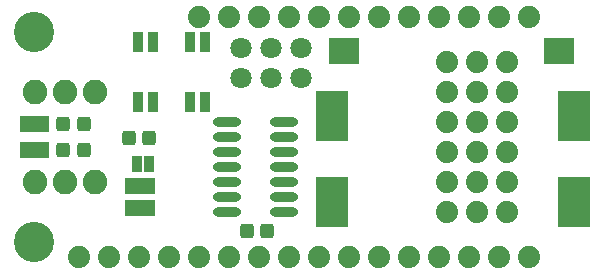
<source format=gts>
G04 Layer_Color=8388736*
%FSLAX44Y44*%
%MOMM*%
G71*
G01*
G75*
%ADD22C,1.8796*%
%ADD33R,2.7032X4.2032*%
%ADD34R,2.5432X2.2032*%
%ADD35R,0.9652X1.8034*%
G04:AMPARAMS|DCode=36|XSize=1.2032mm|YSize=1.1032mm|CornerRadius=0.2141mm|HoleSize=0mm|Usage=FLASHONLY|Rotation=270.000|XOffset=0mm|YOffset=0mm|HoleType=Round|Shape=RoundedRectangle|*
%AMROUNDEDRECTD36*
21,1,1.2032,0.6750,0,0,270.0*
21,1,0.7750,1.1032,0,0,270.0*
1,1,0.4282,-0.3375,-0.3875*
1,1,0.4282,-0.3375,0.3875*
1,1,0.4282,0.3375,0.3875*
1,1,0.4282,0.3375,-0.3875*
%
%ADD36ROUNDEDRECTD36*%
%ADD37R,0.8382X1.4732*%
%ADD38O,2.4032X0.8032*%
%ADD39C,1.8792*%
%ADD40C,3.4036*%
%ADD41C,2.0828*%
%ADD42C,1.8032*%
D22*
X38100Y-101600D02*
D03*
X63500D02*
D03*
X88900D02*
D03*
X114300D02*
D03*
X139700D02*
D03*
X165100D02*
D03*
X190500D02*
D03*
X215900D02*
D03*
X241300D02*
D03*
X266700D02*
D03*
X292100D02*
D03*
X317500D02*
D03*
X342900D02*
D03*
X368300D02*
D03*
X393700D02*
D03*
X419100D02*
D03*
Y101600D02*
D03*
X393700D02*
D03*
X368300D02*
D03*
X342900D02*
D03*
X317500D02*
D03*
X292100D02*
D03*
X266700D02*
D03*
X241300D02*
D03*
X215900D02*
D03*
X190500D02*
D03*
X165100D02*
D03*
X139700D02*
D03*
D33*
X456720Y-54370D02*
D03*
X251720D02*
D03*
Y18370D02*
D03*
X456720D02*
D03*
D34*
X262000Y73100D02*
D03*
X444500D02*
D03*
D35*
X100000Y80400D02*
D03*
X87300D02*
D03*
Y29600D02*
D03*
X100000D02*
D03*
X144750Y80400D02*
D03*
X132051D02*
D03*
Y29600D02*
D03*
X144750D02*
D03*
D36*
X179500Y-79000D02*
D03*
X196500D02*
D03*
X24500Y-11000D02*
D03*
X41500D02*
D03*
Y11000D02*
D03*
X24500D02*
D03*
X80250Y-750D02*
D03*
X97250D02*
D03*
D37*
X8128Y-11000D02*
D03*
X0D02*
D03*
X-8128D02*
D03*
Y11000D02*
D03*
X0D02*
D03*
X8128D02*
D03*
X97378Y-60000D02*
D03*
X89250D02*
D03*
X81122D02*
D03*
Y-41000D02*
D03*
X89250D02*
D03*
X97378D02*
D03*
X97330Y-22250D02*
D03*
X87170D02*
D03*
D38*
X163000Y13100D02*
D03*
Y400D02*
D03*
Y-12300D02*
D03*
Y-25000D02*
D03*
Y-37700D02*
D03*
Y-50400D02*
D03*
Y-63100D02*
D03*
X211000Y13100D02*
D03*
Y400D02*
D03*
Y-12300D02*
D03*
Y-25000D02*
D03*
Y-37700D02*
D03*
Y-50400D02*
D03*
Y-63100D02*
D03*
D39*
X400450Y63500D02*
D03*
Y38100D02*
D03*
Y12700D02*
D03*
Y-12700D02*
D03*
Y-38100D02*
D03*
X349650Y63500D02*
D03*
Y38100D02*
D03*
Y12700D02*
D03*
Y-12700D02*
D03*
Y-38100D02*
D03*
X375050D02*
D03*
Y-12700D02*
D03*
Y12700D02*
D03*
Y38100D02*
D03*
Y63500D02*
D03*
Y-63500D02*
D03*
X349650D02*
D03*
X400450D02*
D03*
D40*
X0Y88900D02*
D03*
Y-88900D02*
D03*
D41*
X400Y-38100D02*
D03*
X25800D02*
D03*
X51200D02*
D03*
X400Y38100D02*
D03*
X25800D02*
D03*
X51200D02*
D03*
D42*
X225800Y50600D02*
D03*
X200400D02*
D03*
Y76000D02*
D03*
X175000Y50600D02*
D03*
Y76000D02*
D03*
X225800D02*
D03*
M02*

</source>
